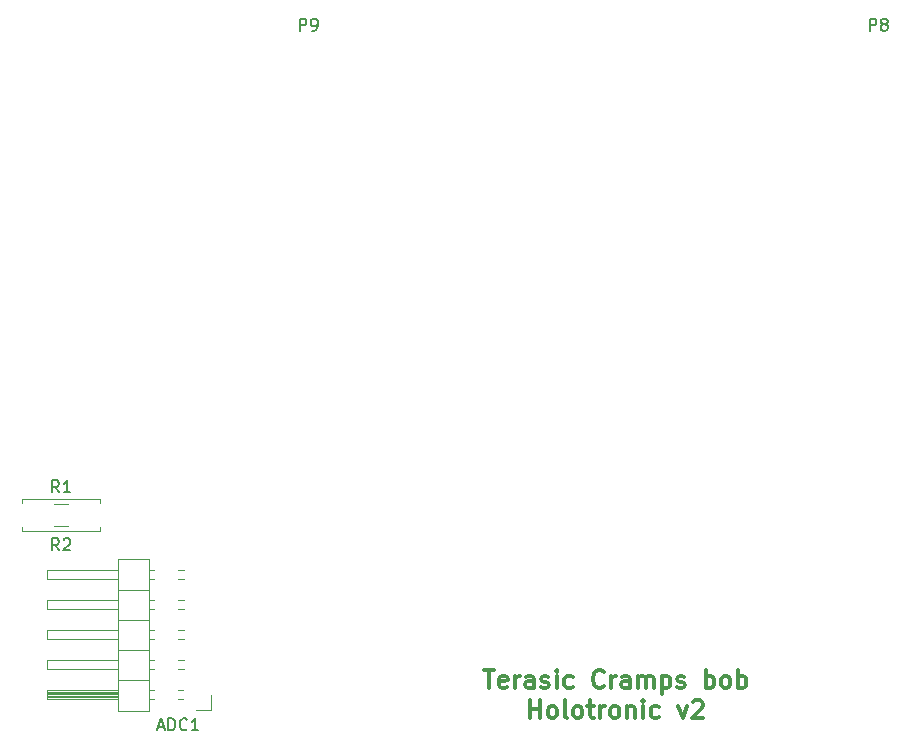
<source format=gto>
G04 #@! TF.GenerationSoftware,KiCad,Pcbnew,5.0.2-bee76a0~70~ubuntu18.04.1*
G04 #@! TF.CreationDate,2019-04-19T00:02:08+02:00*
G04 #@! TF.ProjectId,Cramps2_nano-soc2,4372616d-7073-4325-9f6e-616e6f2d736f,rev?*
G04 #@! TF.SameCoordinates,PX53920b0PY870b888*
G04 #@! TF.FileFunction,Legend,Top*
G04 #@! TF.FilePolarity,Positive*
%FSLAX46Y46*%
G04 Gerber Fmt 4.6, Leading zero omitted, Abs format (unit mm)*
G04 Created by KiCad (PCBNEW 5.0.2-bee76a0~70~ubuntu18.04.1) date 2019-04-19T00:02:08 CEST*
%MOMM*%
%LPD*%
G01*
G04 APERTURE LIST*
%ADD10C,0.300000*%
%ADD11C,0.120000*%
%ADD12C,0.150000*%
G04 APERTURE END LIST*
D10*
X40891428Y6541429D02*
X41748571Y6541429D01*
X41320000Y5041429D02*
X41320000Y6541429D01*
X42820000Y5112858D02*
X42677142Y5041429D01*
X42391428Y5041429D01*
X42248571Y5112858D01*
X42177142Y5255715D01*
X42177142Y5827143D01*
X42248571Y5970000D01*
X42391428Y6041429D01*
X42677142Y6041429D01*
X42820000Y5970000D01*
X42891428Y5827143D01*
X42891428Y5684286D01*
X42177142Y5541429D01*
X43534285Y5041429D02*
X43534285Y6041429D01*
X43534285Y5755715D02*
X43605714Y5898572D01*
X43677142Y5970000D01*
X43820000Y6041429D01*
X43962857Y6041429D01*
X45105714Y5041429D02*
X45105714Y5827143D01*
X45034285Y5970000D01*
X44891428Y6041429D01*
X44605714Y6041429D01*
X44462857Y5970000D01*
X45105714Y5112858D02*
X44962857Y5041429D01*
X44605714Y5041429D01*
X44462857Y5112858D01*
X44391428Y5255715D01*
X44391428Y5398572D01*
X44462857Y5541429D01*
X44605714Y5612858D01*
X44962857Y5612858D01*
X45105714Y5684286D01*
X45748571Y5112858D02*
X45891428Y5041429D01*
X46177142Y5041429D01*
X46320000Y5112858D01*
X46391428Y5255715D01*
X46391428Y5327143D01*
X46320000Y5470000D01*
X46177142Y5541429D01*
X45962857Y5541429D01*
X45820000Y5612858D01*
X45748571Y5755715D01*
X45748571Y5827143D01*
X45820000Y5970000D01*
X45962857Y6041429D01*
X46177142Y6041429D01*
X46320000Y5970000D01*
X47034285Y5041429D02*
X47034285Y6041429D01*
X47034285Y6541429D02*
X46962857Y6470000D01*
X47034285Y6398572D01*
X47105714Y6470000D01*
X47034285Y6541429D01*
X47034285Y6398572D01*
X48391428Y5112858D02*
X48248571Y5041429D01*
X47962857Y5041429D01*
X47820000Y5112858D01*
X47748571Y5184286D01*
X47677142Y5327143D01*
X47677142Y5755715D01*
X47748571Y5898572D01*
X47820000Y5970000D01*
X47962857Y6041429D01*
X48248571Y6041429D01*
X48391428Y5970000D01*
X51034285Y5184286D02*
X50962857Y5112858D01*
X50748571Y5041429D01*
X50605714Y5041429D01*
X50391428Y5112858D01*
X50248571Y5255715D01*
X50177142Y5398572D01*
X50105714Y5684286D01*
X50105714Y5898572D01*
X50177142Y6184286D01*
X50248571Y6327143D01*
X50391428Y6470000D01*
X50605714Y6541429D01*
X50748571Y6541429D01*
X50962857Y6470000D01*
X51034285Y6398572D01*
X51677142Y5041429D02*
X51677142Y6041429D01*
X51677142Y5755715D02*
X51748571Y5898572D01*
X51820000Y5970000D01*
X51962857Y6041429D01*
X52105714Y6041429D01*
X53248571Y5041429D02*
X53248571Y5827143D01*
X53177142Y5970000D01*
X53034285Y6041429D01*
X52748571Y6041429D01*
X52605714Y5970000D01*
X53248571Y5112858D02*
X53105714Y5041429D01*
X52748571Y5041429D01*
X52605714Y5112858D01*
X52534285Y5255715D01*
X52534285Y5398572D01*
X52605714Y5541429D01*
X52748571Y5612858D01*
X53105714Y5612858D01*
X53248571Y5684286D01*
X53962857Y5041429D02*
X53962857Y6041429D01*
X53962857Y5898572D02*
X54034285Y5970000D01*
X54177142Y6041429D01*
X54391428Y6041429D01*
X54534285Y5970000D01*
X54605714Y5827143D01*
X54605714Y5041429D01*
X54605714Y5827143D02*
X54677142Y5970000D01*
X54820000Y6041429D01*
X55034285Y6041429D01*
X55177142Y5970000D01*
X55248571Y5827143D01*
X55248571Y5041429D01*
X55962857Y6041429D02*
X55962857Y4541429D01*
X55962857Y5970000D02*
X56105714Y6041429D01*
X56391428Y6041429D01*
X56534285Y5970000D01*
X56605714Y5898572D01*
X56677142Y5755715D01*
X56677142Y5327143D01*
X56605714Y5184286D01*
X56534285Y5112858D01*
X56391428Y5041429D01*
X56105714Y5041429D01*
X55962857Y5112858D01*
X57248571Y5112858D02*
X57391428Y5041429D01*
X57677142Y5041429D01*
X57820000Y5112858D01*
X57891428Y5255715D01*
X57891428Y5327143D01*
X57820000Y5470000D01*
X57677142Y5541429D01*
X57462857Y5541429D01*
X57320000Y5612858D01*
X57248571Y5755715D01*
X57248571Y5827143D01*
X57320000Y5970000D01*
X57462857Y6041429D01*
X57677142Y6041429D01*
X57820000Y5970000D01*
X59677142Y5041429D02*
X59677142Y6541429D01*
X59677142Y5970000D02*
X59820000Y6041429D01*
X60105714Y6041429D01*
X60248571Y5970000D01*
X60320000Y5898572D01*
X60391428Y5755715D01*
X60391428Y5327143D01*
X60320000Y5184286D01*
X60248571Y5112858D01*
X60105714Y5041429D01*
X59820000Y5041429D01*
X59677142Y5112858D01*
X61248571Y5041429D02*
X61105714Y5112858D01*
X61034285Y5184286D01*
X60962857Y5327143D01*
X60962857Y5755715D01*
X61034285Y5898572D01*
X61105714Y5970000D01*
X61248571Y6041429D01*
X61462857Y6041429D01*
X61605714Y5970000D01*
X61677142Y5898572D01*
X61748571Y5755715D01*
X61748571Y5327143D01*
X61677142Y5184286D01*
X61605714Y5112858D01*
X61462857Y5041429D01*
X61248571Y5041429D01*
X62391428Y5041429D02*
X62391428Y6541429D01*
X62391428Y5970000D02*
X62534285Y6041429D01*
X62820000Y6041429D01*
X62962857Y5970000D01*
X63034285Y5898572D01*
X63105714Y5755715D01*
X63105714Y5327143D01*
X63034285Y5184286D01*
X62962857Y5112858D01*
X62820000Y5041429D01*
X62534285Y5041429D01*
X62391428Y5112858D01*
X44784285Y2491429D02*
X44784285Y3991429D01*
X44784285Y3277143D02*
X45641428Y3277143D01*
X45641428Y2491429D02*
X45641428Y3991429D01*
X46570000Y2491429D02*
X46427142Y2562858D01*
X46355714Y2634286D01*
X46284285Y2777143D01*
X46284285Y3205715D01*
X46355714Y3348572D01*
X46427142Y3420000D01*
X46570000Y3491429D01*
X46784285Y3491429D01*
X46927142Y3420000D01*
X46998571Y3348572D01*
X47070000Y3205715D01*
X47070000Y2777143D01*
X46998571Y2634286D01*
X46927142Y2562858D01*
X46784285Y2491429D01*
X46570000Y2491429D01*
X47927142Y2491429D02*
X47784285Y2562858D01*
X47712857Y2705715D01*
X47712857Y3991429D01*
X48712857Y2491429D02*
X48570000Y2562858D01*
X48498571Y2634286D01*
X48427142Y2777143D01*
X48427142Y3205715D01*
X48498571Y3348572D01*
X48570000Y3420000D01*
X48712857Y3491429D01*
X48927142Y3491429D01*
X49070000Y3420000D01*
X49141428Y3348572D01*
X49212857Y3205715D01*
X49212857Y2777143D01*
X49141428Y2634286D01*
X49070000Y2562858D01*
X48927142Y2491429D01*
X48712857Y2491429D01*
X49641428Y3491429D02*
X50212857Y3491429D01*
X49855714Y3991429D02*
X49855714Y2705715D01*
X49927142Y2562858D01*
X50070000Y2491429D01*
X50212857Y2491429D01*
X50712857Y2491429D02*
X50712857Y3491429D01*
X50712857Y3205715D02*
X50784285Y3348572D01*
X50855714Y3420000D01*
X50998571Y3491429D01*
X51141428Y3491429D01*
X51855714Y2491429D02*
X51712857Y2562858D01*
X51641428Y2634286D01*
X51570000Y2777143D01*
X51570000Y3205715D01*
X51641428Y3348572D01*
X51712857Y3420000D01*
X51855714Y3491429D01*
X52070000Y3491429D01*
X52212857Y3420000D01*
X52284285Y3348572D01*
X52355714Y3205715D01*
X52355714Y2777143D01*
X52284285Y2634286D01*
X52212857Y2562858D01*
X52070000Y2491429D01*
X51855714Y2491429D01*
X52998571Y3491429D02*
X52998571Y2491429D01*
X52998571Y3348572D02*
X53070000Y3420000D01*
X53212857Y3491429D01*
X53427142Y3491429D01*
X53570000Y3420000D01*
X53641428Y3277143D01*
X53641428Y2491429D01*
X54355714Y2491429D02*
X54355714Y3491429D01*
X54355714Y3991429D02*
X54284285Y3920000D01*
X54355714Y3848572D01*
X54427142Y3920000D01*
X54355714Y3991429D01*
X54355714Y3848572D01*
X55712857Y2562858D02*
X55570000Y2491429D01*
X55284285Y2491429D01*
X55141428Y2562858D01*
X55070000Y2634286D01*
X54998571Y2777143D01*
X54998571Y3205715D01*
X55070000Y3348572D01*
X55141428Y3420000D01*
X55284285Y3491429D01*
X55570000Y3491429D01*
X55712857Y3420000D01*
X57355714Y3491429D02*
X57712857Y2491429D01*
X58070000Y3491429D01*
X58570000Y3848572D02*
X58641428Y3920000D01*
X58784285Y3991429D01*
X59141428Y3991429D01*
X59284285Y3920000D01*
X59355714Y3848572D01*
X59427142Y3705715D01*
X59427142Y3562858D01*
X59355714Y3348572D01*
X58498571Y2491429D01*
X59427142Y2491429D01*
D11*
G04 #@! TO.C,ADC1*
X12530000Y3115000D02*
X12530000Y15935000D01*
X12530000Y15935000D02*
X9870000Y15935000D01*
X9870000Y15935000D02*
X9870000Y3115000D01*
X9870000Y3115000D02*
X12530000Y3115000D01*
X9870000Y4065000D02*
X3870000Y4065000D01*
X3870000Y4065000D02*
X3870000Y4825000D01*
X3870000Y4825000D02*
X9870000Y4825000D01*
X9870000Y4125000D02*
X3870000Y4125000D01*
X9870000Y4245000D02*
X3870000Y4245000D01*
X9870000Y4365000D02*
X3870000Y4365000D01*
X9870000Y4485000D02*
X3870000Y4485000D01*
X9870000Y4605000D02*
X3870000Y4605000D01*
X9870000Y4725000D02*
X3870000Y4725000D01*
X12927071Y4065000D02*
X12530000Y4065000D01*
X12927071Y4825000D02*
X12530000Y4825000D01*
X15400000Y4065000D02*
X15012929Y4065000D01*
X15400000Y4825000D02*
X15012929Y4825000D01*
X12530000Y5715000D02*
X9870000Y5715000D01*
X9870000Y6605000D02*
X3870000Y6605000D01*
X3870000Y6605000D02*
X3870000Y7365000D01*
X3870000Y7365000D02*
X9870000Y7365000D01*
X12927071Y6605000D02*
X12530000Y6605000D01*
X12927071Y7365000D02*
X12530000Y7365000D01*
X15467071Y6605000D02*
X15012929Y6605000D01*
X15467071Y7365000D02*
X15012929Y7365000D01*
X12530000Y8255000D02*
X9870000Y8255000D01*
X9870000Y9145000D02*
X3870000Y9145000D01*
X3870000Y9145000D02*
X3870000Y9905000D01*
X3870000Y9905000D02*
X9870000Y9905000D01*
X12927071Y9145000D02*
X12530000Y9145000D01*
X12927071Y9905000D02*
X12530000Y9905000D01*
X15467071Y9145000D02*
X15012929Y9145000D01*
X15467071Y9905000D02*
X15012929Y9905000D01*
X12530000Y10795000D02*
X9870000Y10795000D01*
X9870000Y11685000D02*
X3870000Y11685000D01*
X3870000Y11685000D02*
X3870000Y12445000D01*
X3870000Y12445000D02*
X9870000Y12445000D01*
X12927071Y11685000D02*
X12530000Y11685000D01*
X12927071Y12445000D02*
X12530000Y12445000D01*
X15467071Y11685000D02*
X15012929Y11685000D01*
X15467071Y12445000D02*
X15012929Y12445000D01*
X12530000Y13335000D02*
X9870000Y13335000D01*
X9870000Y14225000D02*
X3870000Y14225000D01*
X3870000Y14225000D02*
X3870000Y14985000D01*
X3870000Y14985000D02*
X9870000Y14985000D01*
X12927071Y14225000D02*
X12530000Y14225000D01*
X12927071Y14985000D02*
X12530000Y14985000D01*
X15467071Y14225000D02*
X15012929Y14225000D01*
X15467071Y14985000D02*
X15012929Y14985000D01*
X17780000Y4445000D02*
X17780000Y3175000D01*
X17780000Y3175000D02*
X16510000Y3175000D01*
G04 #@! TO.C,R1*
X1810000Y20725000D02*
X1810000Y21055000D01*
X1810000Y21055000D02*
X8350000Y21055000D01*
X8350000Y21055000D02*
X8350000Y20725000D01*
X1810000Y18645000D02*
X1810000Y18315000D01*
X1810000Y18315000D02*
X8350000Y18315000D01*
X8350000Y18315000D02*
X8350000Y18645000D01*
G04 #@! TO.C,R2*
X4477936Y20595000D02*
X5682064Y20595000D01*
X4477936Y18775000D02*
X5682064Y18775000D01*
G04 #@! TO.C,P8*
D12*
X73541904Y60682620D02*
X73541904Y61682620D01*
X73922857Y61682620D01*
X74018095Y61635000D01*
X74065714Y61587381D01*
X74113333Y61492143D01*
X74113333Y61349286D01*
X74065714Y61254048D01*
X74018095Y61206429D01*
X73922857Y61158810D01*
X73541904Y61158810D01*
X74684761Y61254048D02*
X74589523Y61301667D01*
X74541904Y61349286D01*
X74494285Y61444524D01*
X74494285Y61492143D01*
X74541904Y61587381D01*
X74589523Y61635000D01*
X74684761Y61682620D01*
X74875238Y61682620D01*
X74970476Y61635000D01*
X75018095Y61587381D01*
X75065714Y61492143D01*
X75065714Y61444524D01*
X75018095Y61349286D01*
X74970476Y61301667D01*
X74875238Y61254048D01*
X74684761Y61254048D01*
X74589523Y61206429D01*
X74541904Y61158810D01*
X74494285Y61063572D01*
X74494285Y60873096D01*
X74541904Y60777858D01*
X74589523Y60730239D01*
X74684761Y60682620D01*
X74875238Y60682620D01*
X74970476Y60730239D01*
X75018095Y60777858D01*
X75065714Y60873096D01*
X75065714Y61063572D01*
X75018095Y61158810D01*
X74970476Y61206429D01*
X74875238Y61254048D01*
G04 #@! TO.C,P9*
X25281904Y60682620D02*
X25281904Y61682620D01*
X25662857Y61682620D01*
X25758095Y61635000D01*
X25805714Y61587381D01*
X25853333Y61492143D01*
X25853333Y61349286D01*
X25805714Y61254048D01*
X25758095Y61206429D01*
X25662857Y61158810D01*
X25281904Y61158810D01*
X26329523Y60682620D02*
X26520000Y60682620D01*
X26615238Y60730239D01*
X26662857Y60777858D01*
X26758095Y60920715D01*
X26805714Y61111191D01*
X26805714Y61492143D01*
X26758095Y61587381D01*
X26710476Y61635000D01*
X26615238Y61682620D01*
X26424761Y61682620D01*
X26329523Y61635000D01*
X26281904Y61587381D01*
X26234285Y61492143D01*
X26234285Y61254048D01*
X26281904Y61158810D01*
X26329523Y61111191D01*
X26424761Y61063572D01*
X26615238Y61063572D01*
X26710476Y61111191D01*
X26758095Y61158810D01*
X26805714Y61254048D01*
G04 #@! TO.C,ADC1*
X13271714Y1738334D02*
X13747904Y1738334D01*
X13176476Y1452620D02*
X13509809Y2452620D01*
X13843142Y1452620D01*
X14176476Y1452620D02*
X14176476Y2452620D01*
X14414571Y2452620D01*
X14557428Y2405000D01*
X14652666Y2309762D01*
X14700285Y2214524D01*
X14747904Y2024048D01*
X14747904Y1881191D01*
X14700285Y1690715D01*
X14652666Y1595477D01*
X14557428Y1500239D01*
X14414571Y1452620D01*
X14176476Y1452620D01*
X15747904Y1547858D02*
X15700285Y1500239D01*
X15557428Y1452620D01*
X15462190Y1452620D01*
X15319333Y1500239D01*
X15224095Y1595477D01*
X15176476Y1690715D01*
X15128857Y1881191D01*
X15128857Y2024048D01*
X15176476Y2214524D01*
X15224095Y2309762D01*
X15319333Y2405000D01*
X15462190Y2452620D01*
X15557428Y2452620D01*
X15700285Y2405000D01*
X15747904Y2357381D01*
X16700285Y1452620D02*
X16128857Y1452620D01*
X16414571Y1452620D02*
X16414571Y2452620D01*
X16319333Y2309762D01*
X16224095Y2214524D01*
X16128857Y2166905D01*
G04 #@! TO.C,R1*
X4913333Y21602620D02*
X4580000Y22078810D01*
X4341904Y21602620D02*
X4341904Y22602620D01*
X4722857Y22602620D01*
X4818095Y22555000D01*
X4865714Y22507381D01*
X4913333Y22412143D01*
X4913333Y22269286D01*
X4865714Y22174048D01*
X4818095Y22126429D01*
X4722857Y22078810D01*
X4341904Y22078810D01*
X5865714Y21602620D02*
X5294285Y21602620D01*
X5580000Y21602620D02*
X5580000Y22602620D01*
X5484761Y22459762D01*
X5389523Y22364524D01*
X5294285Y22316905D01*
G04 #@! TO.C,R2*
X4913333Y16692620D02*
X4580000Y17168810D01*
X4341904Y16692620D02*
X4341904Y17692620D01*
X4722857Y17692620D01*
X4818095Y17645000D01*
X4865714Y17597381D01*
X4913333Y17502143D01*
X4913333Y17359286D01*
X4865714Y17264048D01*
X4818095Y17216429D01*
X4722857Y17168810D01*
X4341904Y17168810D01*
X5294285Y17597381D02*
X5341904Y17645000D01*
X5437142Y17692620D01*
X5675238Y17692620D01*
X5770476Y17645000D01*
X5818095Y17597381D01*
X5865714Y17502143D01*
X5865714Y17406905D01*
X5818095Y17264048D01*
X5246666Y16692620D01*
X5865714Y16692620D01*
G04 #@! TD*
M02*

</source>
